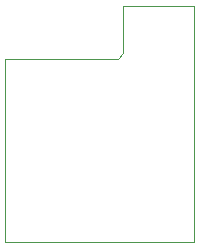
<source format=gbr>
G04 #@! TF.GenerationSoftware,KiCad,Pcbnew,no-vcs-found-7613~57~ubuntu16.04.1*
G04 #@! TF.CreationDate,2017-02-19T17:16:57-08:00*
G04 #@! TF.ProjectId,ESPKey,4553504B65792E6B696361645F706362,rev?*
G04 #@! TF.FileFunction,Profile,NP*
%FSLAX46Y46*%
G04 Gerber Fmt 4.6, Leading zero omitted, Abs format (unit mm)*
G04 Created by KiCad (PCBNEW no-vcs-found-7613~57~ubuntu16.04.1) date Sun Feb 19 17:16:57 2017*
%MOMM*%
%LPD*%
G01*
G04 APERTURE LIST*
%ADD10C,0.100000*%
G04 APERTURE END LIST*
D10*
X114000000Y-104000000D02*
X113500000Y-104500000D01*
X104000000Y-104500000D02*
X113500000Y-104500000D01*
X114000000Y-100000000D02*
X114000000Y-104000000D01*
X120000000Y-120000000D02*
X104000000Y-120000000D01*
X104000000Y-104500000D02*
X104000000Y-120000000D01*
X120000000Y-100000000D02*
X114000000Y-100000000D01*
X120000000Y-100000000D02*
X120000000Y-120000000D01*
M02*

</source>
